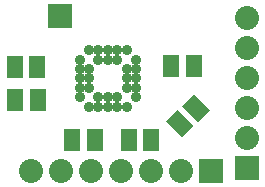
<source format=gts>
G04 (created by PCBNEW-RS274X (2011-nov-30)-testing) date Tue 24 Apr 2012 11:37:44 PM EDT*
G01*
G70*
G90*
%MOIN*%
G04 Gerber Fmt 3.4, Leading zero omitted, Abs format*
%FSLAX34Y34*%
G04 APERTURE LIST*
%ADD10C,0.006000*%
%ADD11R,0.080000X0.080000*%
%ADD12C,0.080000*%
%ADD13C,0.035700*%
%ADD14R,0.055000X0.075000*%
G04 APERTURE END LIST*
G54D10*
G54D11*
X63500Y-27500D03*
G54D12*
X63500Y-26500D03*
X63500Y-25500D03*
X63500Y-24500D03*
X63500Y-23500D03*
X63500Y-22500D03*
G54D11*
X62299Y-27587D03*
G54D12*
X61299Y-27587D03*
X60299Y-27587D03*
X59299Y-27587D03*
X58299Y-27587D03*
X57299Y-27587D03*
X56299Y-27587D03*
G54D13*
X59508Y-25463D03*
X59193Y-25463D03*
X58879Y-25463D03*
X58564Y-25463D03*
X58249Y-25463D03*
X59823Y-25148D03*
X59823Y-24833D03*
X59823Y-24518D03*
X59823Y-24204D03*
X59823Y-23889D03*
X57934Y-25148D03*
X57934Y-24833D03*
X57934Y-24518D03*
X57934Y-24204D03*
X57934Y-23889D03*
X58249Y-23574D03*
X58249Y-24204D03*
X58249Y-24518D03*
X58249Y-24833D03*
X59508Y-24833D03*
X59508Y-24518D03*
X59508Y-24204D03*
X59508Y-23574D03*
X59193Y-23574D03*
X59193Y-23889D03*
X58879Y-23889D03*
X58879Y-23574D03*
X58564Y-23574D03*
X58564Y-23889D03*
X58564Y-25148D03*
X58879Y-25148D03*
X59193Y-25148D03*
G54D14*
X56517Y-24124D03*
X55767Y-24124D03*
X60993Y-24104D03*
X61743Y-24104D03*
X59566Y-26575D03*
X60316Y-26575D03*
X57696Y-26575D03*
X58446Y-26575D03*
X56536Y-25246D03*
X55786Y-25246D03*
G54D10*
G36*
X61351Y-26483D02*
X60820Y-25952D01*
X61209Y-25563D01*
X61740Y-26094D01*
X61351Y-26483D01*
X61351Y-26483D01*
G37*
G36*
X61881Y-25953D02*
X61350Y-25422D01*
X61739Y-25033D01*
X62270Y-25564D01*
X61881Y-25953D01*
X61881Y-25953D01*
G37*
G54D11*
X57283Y-22441D03*
M02*

</source>
